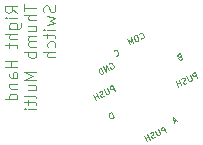
<source format=gbo>
%TF.GenerationSoftware,KiCad,Pcbnew,7.0.5*%
%TF.CreationDate,2023-06-18T14:52:21+02:00*%
%TF.ProjectId,RH_RKJXM1015004_thumb,52485f52-4b4a-4584-9d31-303135303034,rev?*%
%TF.SameCoordinates,Original*%
%TF.FileFunction,Legend,Bot*%
%TF.FilePolarity,Positive*%
%FSLAX46Y46*%
G04 Gerber Fmt 4.6, Leading zero omitted, Abs format (unit mm)*
G04 Created by KiCad (PCBNEW 7.0.5) date 2023-06-18 14:52:21*
%MOMM*%
%LPD*%
G01*
G04 APERTURE LIST*
%ADD10C,0.100000*%
%ADD11C,2.200000*%
%ADD12C,1.100000*%
%ADD13C,1.600000*%
G04 APERTURE END LIST*
D10*
X65147419Y-32275312D02*
X64671228Y-31941979D01*
X65147419Y-31703884D02*
X64147419Y-31703884D01*
X64147419Y-31703884D02*
X64147419Y-32084836D01*
X64147419Y-32084836D02*
X64195038Y-32180074D01*
X64195038Y-32180074D02*
X64242657Y-32227693D01*
X64242657Y-32227693D02*
X64337895Y-32275312D01*
X64337895Y-32275312D02*
X64480752Y-32275312D01*
X64480752Y-32275312D02*
X64575990Y-32227693D01*
X64575990Y-32227693D02*
X64623609Y-32180074D01*
X64623609Y-32180074D02*
X64671228Y-32084836D01*
X64671228Y-32084836D02*
X64671228Y-31703884D01*
X65147419Y-32703884D02*
X64480752Y-32703884D01*
X64147419Y-32703884D02*
X64195038Y-32656265D01*
X64195038Y-32656265D02*
X64242657Y-32703884D01*
X64242657Y-32703884D02*
X64195038Y-32751503D01*
X64195038Y-32751503D02*
X64147419Y-32703884D01*
X64147419Y-32703884D02*
X64242657Y-32703884D01*
X64480752Y-33608645D02*
X65290276Y-33608645D01*
X65290276Y-33608645D02*
X65385514Y-33561026D01*
X65385514Y-33561026D02*
X65433133Y-33513407D01*
X65433133Y-33513407D02*
X65480752Y-33418169D01*
X65480752Y-33418169D02*
X65480752Y-33275312D01*
X65480752Y-33275312D02*
X65433133Y-33180074D01*
X65099800Y-33608645D02*
X65147419Y-33513407D01*
X65147419Y-33513407D02*
X65147419Y-33322931D01*
X65147419Y-33322931D02*
X65099800Y-33227693D01*
X65099800Y-33227693D02*
X65052180Y-33180074D01*
X65052180Y-33180074D02*
X64956942Y-33132455D01*
X64956942Y-33132455D02*
X64671228Y-33132455D01*
X64671228Y-33132455D02*
X64575990Y-33180074D01*
X64575990Y-33180074D02*
X64528371Y-33227693D01*
X64528371Y-33227693D02*
X64480752Y-33322931D01*
X64480752Y-33322931D02*
X64480752Y-33513407D01*
X64480752Y-33513407D02*
X64528371Y-33608645D01*
X65147419Y-34084836D02*
X64147419Y-34084836D01*
X65147419Y-34513407D02*
X64623609Y-34513407D01*
X64623609Y-34513407D02*
X64528371Y-34465788D01*
X64528371Y-34465788D02*
X64480752Y-34370550D01*
X64480752Y-34370550D02*
X64480752Y-34227693D01*
X64480752Y-34227693D02*
X64528371Y-34132455D01*
X64528371Y-34132455D02*
X64575990Y-34084836D01*
X64480752Y-34846741D02*
X64480752Y-35227693D01*
X64147419Y-34989598D02*
X65004561Y-34989598D01*
X65004561Y-34989598D02*
X65099800Y-35037217D01*
X65099800Y-35037217D02*
X65147419Y-35132455D01*
X65147419Y-35132455D02*
X65147419Y-35227693D01*
X65147419Y-36322932D02*
X64147419Y-36322932D01*
X64623609Y-36322932D02*
X64623609Y-36894360D01*
X65147419Y-36894360D02*
X64147419Y-36894360D01*
X65147419Y-37799122D02*
X64623609Y-37799122D01*
X64623609Y-37799122D02*
X64528371Y-37751503D01*
X64528371Y-37751503D02*
X64480752Y-37656265D01*
X64480752Y-37656265D02*
X64480752Y-37465789D01*
X64480752Y-37465789D02*
X64528371Y-37370551D01*
X65099800Y-37799122D02*
X65147419Y-37703884D01*
X65147419Y-37703884D02*
X65147419Y-37465789D01*
X65147419Y-37465789D02*
X65099800Y-37370551D01*
X65099800Y-37370551D02*
X65004561Y-37322932D01*
X65004561Y-37322932D02*
X64909323Y-37322932D01*
X64909323Y-37322932D02*
X64814085Y-37370551D01*
X64814085Y-37370551D02*
X64766466Y-37465789D01*
X64766466Y-37465789D02*
X64766466Y-37703884D01*
X64766466Y-37703884D02*
X64718847Y-37799122D01*
X64480752Y-38275313D02*
X65147419Y-38275313D01*
X64575990Y-38275313D02*
X64528371Y-38322932D01*
X64528371Y-38322932D02*
X64480752Y-38418170D01*
X64480752Y-38418170D02*
X64480752Y-38561027D01*
X64480752Y-38561027D02*
X64528371Y-38656265D01*
X64528371Y-38656265D02*
X64623609Y-38703884D01*
X64623609Y-38703884D02*
X65147419Y-38703884D01*
X65147419Y-39608646D02*
X64147419Y-39608646D01*
X65099800Y-39608646D02*
X65147419Y-39513408D01*
X65147419Y-39513408D02*
X65147419Y-39322932D01*
X65147419Y-39322932D02*
X65099800Y-39227694D01*
X65099800Y-39227694D02*
X65052180Y-39180075D01*
X65052180Y-39180075D02*
X64956942Y-39132456D01*
X64956942Y-39132456D02*
X64671228Y-39132456D01*
X64671228Y-39132456D02*
X64575990Y-39180075D01*
X64575990Y-39180075D02*
X64528371Y-39227694D01*
X64528371Y-39227694D02*
X64480752Y-39322932D01*
X64480752Y-39322932D02*
X64480752Y-39513408D01*
X64480752Y-39513408D02*
X64528371Y-39608646D01*
X65757419Y-31561027D02*
X65757419Y-32132455D01*
X66757419Y-31846741D02*
X65757419Y-31846741D01*
X66757419Y-32465789D02*
X65757419Y-32465789D01*
X66757419Y-32894360D02*
X66233609Y-32894360D01*
X66233609Y-32894360D02*
X66138371Y-32846741D01*
X66138371Y-32846741D02*
X66090752Y-32751503D01*
X66090752Y-32751503D02*
X66090752Y-32608646D01*
X66090752Y-32608646D02*
X66138371Y-32513408D01*
X66138371Y-32513408D02*
X66185990Y-32465789D01*
X66090752Y-33799122D02*
X66757419Y-33799122D01*
X66090752Y-33370551D02*
X66614561Y-33370551D01*
X66614561Y-33370551D02*
X66709800Y-33418170D01*
X66709800Y-33418170D02*
X66757419Y-33513408D01*
X66757419Y-33513408D02*
X66757419Y-33656265D01*
X66757419Y-33656265D02*
X66709800Y-33751503D01*
X66709800Y-33751503D02*
X66662180Y-33799122D01*
X66757419Y-34275313D02*
X66090752Y-34275313D01*
X66185990Y-34275313D02*
X66138371Y-34322932D01*
X66138371Y-34322932D02*
X66090752Y-34418170D01*
X66090752Y-34418170D02*
X66090752Y-34561027D01*
X66090752Y-34561027D02*
X66138371Y-34656265D01*
X66138371Y-34656265D02*
X66233609Y-34703884D01*
X66233609Y-34703884D02*
X66757419Y-34703884D01*
X66233609Y-34703884D02*
X66138371Y-34751503D01*
X66138371Y-34751503D02*
X66090752Y-34846741D01*
X66090752Y-34846741D02*
X66090752Y-34989598D01*
X66090752Y-34989598D02*
X66138371Y-35084837D01*
X66138371Y-35084837D02*
X66233609Y-35132456D01*
X66233609Y-35132456D02*
X66757419Y-35132456D01*
X66757419Y-35608646D02*
X65757419Y-35608646D01*
X66138371Y-35608646D02*
X66090752Y-35703884D01*
X66090752Y-35703884D02*
X66090752Y-35894360D01*
X66090752Y-35894360D02*
X66138371Y-35989598D01*
X66138371Y-35989598D02*
X66185990Y-36037217D01*
X66185990Y-36037217D02*
X66281228Y-36084836D01*
X66281228Y-36084836D02*
X66566942Y-36084836D01*
X66566942Y-36084836D02*
X66662180Y-36037217D01*
X66662180Y-36037217D02*
X66709800Y-35989598D01*
X66709800Y-35989598D02*
X66757419Y-35894360D01*
X66757419Y-35894360D02*
X66757419Y-35703884D01*
X66757419Y-35703884D02*
X66709800Y-35608646D01*
X66757419Y-37275313D02*
X65757419Y-37275313D01*
X65757419Y-37275313D02*
X66471704Y-37608646D01*
X66471704Y-37608646D02*
X65757419Y-37941979D01*
X65757419Y-37941979D02*
X66757419Y-37941979D01*
X66090752Y-38846741D02*
X66757419Y-38846741D01*
X66090752Y-38418170D02*
X66614561Y-38418170D01*
X66614561Y-38418170D02*
X66709800Y-38465789D01*
X66709800Y-38465789D02*
X66757419Y-38561027D01*
X66757419Y-38561027D02*
X66757419Y-38703884D01*
X66757419Y-38703884D02*
X66709800Y-38799122D01*
X66709800Y-38799122D02*
X66662180Y-38846741D01*
X66757419Y-39465789D02*
X66709800Y-39370551D01*
X66709800Y-39370551D02*
X66614561Y-39322932D01*
X66614561Y-39322932D02*
X65757419Y-39322932D01*
X66090752Y-39703885D02*
X66090752Y-40084837D01*
X65757419Y-39846742D02*
X66614561Y-39846742D01*
X66614561Y-39846742D02*
X66709800Y-39894361D01*
X66709800Y-39894361D02*
X66757419Y-39989599D01*
X66757419Y-39989599D02*
X66757419Y-40084837D01*
X66757419Y-40418171D02*
X66090752Y-40418171D01*
X65757419Y-40418171D02*
X65805038Y-40370552D01*
X65805038Y-40370552D02*
X65852657Y-40418171D01*
X65852657Y-40418171D02*
X65805038Y-40465790D01*
X65805038Y-40465790D02*
X65757419Y-40418171D01*
X65757419Y-40418171D02*
X65852657Y-40418171D01*
X68319800Y-31656265D02*
X68367419Y-31799122D01*
X68367419Y-31799122D02*
X68367419Y-32037217D01*
X68367419Y-32037217D02*
X68319800Y-32132455D01*
X68319800Y-32132455D02*
X68272180Y-32180074D01*
X68272180Y-32180074D02*
X68176942Y-32227693D01*
X68176942Y-32227693D02*
X68081704Y-32227693D01*
X68081704Y-32227693D02*
X67986466Y-32180074D01*
X67986466Y-32180074D02*
X67938847Y-32132455D01*
X67938847Y-32132455D02*
X67891228Y-32037217D01*
X67891228Y-32037217D02*
X67843609Y-31846741D01*
X67843609Y-31846741D02*
X67795990Y-31751503D01*
X67795990Y-31751503D02*
X67748371Y-31703884D01*
X67748371Y-31703884D02*
X67653133Y-31656265D01*
X67653133Y-31656265D02*
X67557895Y-31656265D01*
X67557895Y-31656265D02*
X67462657Y-31703884D01*
X67462657Y-31703884D02*
X67415038Y-31751503D01*
X67415038Y-31751503D02*
X67367419Y-31846741D01*
X67367419Y-31846741D02*
X67367419Y-32084836D01*
X67367419Y-32084836D02*
X67415038Y-32227693D01*
X67700752Y-32561027D02*
X68367419Y-32751503D01*
X68367419Y-32751503D02*
X67891228Y-32941979D01*
X67891228Y-32941979D02*
X68367419Y-33132455D01*
X68367419Y-33132455D02*
X67700752Y-33322931D01*
X68367419Y-33703884D02*
X67700752Y-33703884D01*
X67367419Y-33703884D02*
X67415038Y-33656265D01*
X67415038Y-33656265D02*
X67462657Y-33703884D01*
X67462657Y-33703884D02*
X67415038Y-33751503D01*
X67415038Y-33751503D02*
X67367419Y-33703884D01*
X67367419Y-33703884D02*
X67462657Y-33703884D01*
X67700752Y-34037217D02*
X67700752Y-34418169D01*
X67367419Y-34180074D02*
X68224561Y-34180074D01*
X68224561Y-34180074D02*
X68319800Y-34227693D01*
X68319800Y-34227693D02*
X68367419Y-34322931D01*
X68367419Y-34322931D02*
X68367419Y-34418169D01*
X68319800Y-35180074D02*
X68367419Y-35084836D01*
X68367419Y-35084836D02*
X68367419Y-34894360D01*
X68367419Y-34894360D02*
X68319800Y-34799122D01*
X68319800Y-34799122D02*
X68272180Y-34751503D01*
X68272180Y-34751503D02*
X68176942Y-34703884D01*
X68176942Y-34703884D02*
X67891228Y-34703884D01*
X67891228Y-34703884D02*
X67795990Y-34751503D01*
X67795990Y-34751503D02*
X67748371Y-34799122D01*
X67748371Y-34799122D02*
X67700752Y-34894360D01*
X67700752Y-34894360D02*
X67700752Y-35084836D01*
X67700752Y-35084836D02*
X67748371Y-35180074D01*
X68367419Y-35608646D02*
X67367419Y-35608646D01*
X68367419Y-36037217D02*
X67843609Y-36037217D01*
X67843609Y-36037217D02*
X67748371Y-35989598D01*
X67748371Y-35989598D02*
X67700752Y-35894360D01*
X67700752Y-35894360D02*
X67700752Y-35751503D01*
X67700752Y-35751503D02*
X67748371Y-35656265D01*
X67748371Y-35656265D02*
X67795990Y-35608646D01*
X75611970Y-34451121D02*
X75643710Y-34462361D01*
X75643710Y-34462361D02*
X75718431Y-34453100D01*
X75718431Y-34453100D02*
X75761411Y-34432600D01*
X75761411Y-34432600D02*
X75815631Y-34380359D01*
X75815631Y-34380359D02*
X75838111Y-34316878D01*
X75838111Y-34316878D02*
X75839100Y-34263647D01*
X75839100Y-34263647D02*
X75819589Y-34167437D01*
X75819589Y-34167437D02*
X75788839Y-34102966D01*
X75788839Y-34102966D02*
X75726347Y-34027256D01*
X75726347Y-34027256D02*
X75684357Y-33994526D01*
X75684357Y-33994526D02*
X75620876Y-33972046D01*
X75620876Y-33972046D02*
X75546155Y-33981307D01*
X75546155Y-33981307D02*
X75503175Y-34001808D01*
X75503175Y-34001808D02*
X75448955Y-34054049D01*
X75448955Y-34054049D02*
X75437715Y-34085789D01*
X75137843Y-34176062D02*
X75051883Y-34217063D01*
X75051883Y-34217063D02*
X75019153Y-34259054D01*
X75019153Y-34259054D02*
X74996673Y-34322535D01*
X74996673Y-34322535D02*
X75016184Y-34418745D01*
X75016184Y-34418745D02*
X75087936Y-34569176D01*
X75087936Y-34569176D02*
X75150427Y-34644886D01*
X75150427Y-34644886D02*
X75213908Y-34667366D01*
X75213908Y-34667366D02*
X75267138Y-34668356D01*
X75267138Y-34668356D02*
X75353099Y-34627355D01*
X75353099Y-34627355D02*
X75385829Y-34585364D01*
X75385829Y-34585364D02*
X75408308Y-34521883D01*
X75408308Y-34521883D02*
X75388797Y-34425673D01*
X75388797Y-34425673D02*
X75317045Y-34275242D01*
X75317045Y-34275242D02*
X75254554Y-34199531D01*
X75254554Y-34199531D02*
X75191074Y-34177052D01*
X75191074Y-34177052D02*
X75137843Y-34176062D01*
X74966276Y-34811860D02*
X74751020Y-34360567D01*
X74751020Y-34360567D02*
X74754343Y-34754671D01*
X74754343Y-34754671D02*
X74450159Y-34504071D01*
X74450159Y-34504071D02*
X74665414Y-34955363D01*
X73306484Y-41143182D02*
X73091228Y-40691890D01*
X73091228Y-40691890D02*
X72983778Y-40743141D01*
X72983778Y-40743141D02*
X72929558Y-40795382D01*
X72929558Y-40795382D02*
X72907078Y-40858863D01*
X72907078Y-40858863D02*
X72906088Y-40912093D01*
X72906088Y-40912093D02*
X72925599Y-41008304D01*
X72925599Y-41008304D02*
X72956350Y-41072774D01*
X72956350Y-41072774D02*
X73018841Y-41148484D01*
X73018841Y-41148484D02*
X73060832Y-41181214D01*
X73060832Y-41181214D02*
X73124313Y-41203694D01*
X73124313Y-41203694D02*
X73199033Y-41194433D01*
X73199033Y-41194433D02*
X73306484Y-41143182D01*
X77722681Y-42360550D02*
X77507426Y-41909257D01*
X77507426Y-41909257D02*
X77335505Y-41991259D01*
X77335505Y-41991259D02*
X77302775Y-42033250D01*
X77302775Y-42033250D02*
X77291535Y-42064990D01*
X77291535Y-42064990D02*
X77290545Y-42118221D01*
X77290545Y-42118221D02*
X77321296Y-42182691D01*
X77321296Y-42182691D02*
X77363287Y-42215421D01*
X77363287Y-42215421D02*
X77395027Y-42226661D01*
X77395027Y-42226661D02*
X77448257Y-42227650D01*
X77448257Y-42227650D02*
X77620178Y-42145648D01*
X77056133Y-42124513D02*
X77230387Y-42489845D01*
X77230387Y-42489845D02*
X77229398Y-42543075D01*
X77229398Y-42543075D02*
X77218158Y-42574816D01*
X77218158Y-42574816D02*
X77185428Y-42616806D01*
X77185428Y-42616806D02*
X77099467Y-42657807D01*
X77099467Y-42657807D02*
X77046237Y-42656818D01*
X77046237Y-42656818D02*
X77014497Y-42645578D01*
X77014497Y-42645578D02*
X76972506Y-42612848D01*
X76972506Y-42612848D02*
X76798251Y-42247516D01*
X76809845Y-42769571D02*
X76755625Y-42821812D01*
X76755625Y-42821812D02*
X76648174Y-42873063D01*
X76648174Y-42873063D02*
X76594944Y-42872073D01*
X76594944Y-42872073D02*
X76563203Y-42860834D01*
X76563203Y-42860834D02*
X76521213Y-42828104D01*
X76521213Y-42828104D02*
X76500712Y-42785123D01*
X76500712Y-42785123D02*
X76501702Y-42731893D01*
X76501702Y-42731893D02*
X76512942Y-42700152D01*
X76512942Y-42700152D02*
X76545672Y-42658162D01*
X76545672Y-42658162D02*
X76621382Y-42595671D01*
X76621382Y-42595671D02*
X76654112Y-42553680D01*
X76654112Y-42553680D02*
X76665352Y-42521940D01*
X76665352Y-42521940D02*
X76666341Y-42468709D01*
X76666341Y-42468709D02*
X76645841Y-42425729D01*
X76645841Y-42425729D02*
X76603850Y-42392999D01*
X76603850Y-42392999D02*
X76572110Y-42381759D01*
X76572110Y-42381759D02*
X76518879Y-42380769D01*
X76518879Y-42380769D02*
X76411429Y-42432021D01*
X76411429Y-42432021D02*
X76357209Y-42484262D01*
X76368803Y-43006316D02*
X76153548Y-42555024D01*
X76256050Y-42769925D02*
X75998169Y-42892928D01*
X76110922Y-43129319D02*
X75895666Y-42678027D01*
X73484731Y-35908933D02*
X73516471Y-35920173D01*
X73516471Y-35920173D02*
X73591192Y-35910912D01*
X73591192Y-35910912D02*
X73634172Y-35890412D01*
X73634172Y-35890412D02*
X73688392Y-35838171D01*
X73688392Y-35838171D02*
X73710872Y-35774690D01*
X73710872Y-35774690D02*
X73711862Y-35721460D01*
X73711862Y-35721460D02*
X73692351Y-35625249D01*
X73692351Y-35625249D02*
X73661600Y-35560778D01*
X73661600Y-35560778D02*
X73599109Y-35485068D01*
X73599109Y-35485068D02*
X73557118Y-35452338D01*
X73557118Y-35452338D02*
X73493637Y-35429858D01*
X73493637Y-35429858D02*
X73418917Y-35439119D01*
X73418917Y-35439119D02*
X73375936Y-35459620D01*
X73375936Y-35459620D02*
X73321716Y-35511861D01*
X73321716Y-35511861D02*
X73310476Y-35543601D01*
X80402523Y-37758546D02*
X80187268Y-37307253D01*
X80187268Y-37307253D02*
X80015347Y-37389255D01*
X80015347Y-37389255D02*
X79982617Y-37431246D01*
X79982617Y-37431246D02*
X79971377Y-37462986D01*
X79971377Y-37462986D02*
X79970387Y-37516217D01*
X79970387Y-37516217D02*
X80001138Y-37580687D01*
X80001138Y-37580687D02*
X80043129Y-37613417D01*
X80043129Y-37613417D02*
X80074869Y-37624657D01*
X80074869Y-37624657D02*
X80128099Y-37625646D01*
X80128099Y-37625646D02*
X80300020Y-37543644D01*
X79735975Y-37522509D02*
X79910229Y-37887841D01*
X79910229Y-37887841D02*
X79909240Y-37941071D01*
X79909240Y-37941071D02*
X79898000Y-37972812D01*
X79898000Y-37972812D02*
X79865270Y-38014802D01*
X79865270Y-38014802D02*
X79779309Y-38055803D01*
X79779309Y-38055803D02*
X79726079Y-38054814D01*
X79726079Y-38054814D02*
X79694339Y-38043574D01*
X79694339Y-38043574D02*
X79652348Y-38010844D01*
X79652348Y-38010844D02*
X79478093Y-37645512D01*
X79489687Y-38167567D02*
X79435467Y-38219808D01*
X79435467Y-38219808D02*
X79328016Y-38271059D01*
X79328016Y-38271059D02*
X79274786Y-38270069D01*
X79274786Y-38270069D02*
X79243045Y-38258830D01*
X79243045Y-38258830D02*
X79201055Y-38226100D01*
X79201055Y-38226100D02*
X79180554Y-38183119D01*
X79180554Y-38183119D02*
X79181544Y-38129889D01*
X79181544Y-38129889D02*
X79192784Y-38098148D01*
X79192784Y-38098148D02*
X79225514Y-38056158D01*
X79225514Y-38056158D02*
X79301224Y-37993667D01*
X79301224Y-37993667D02*
X79333954Y-37951676D01*
X79333954Y-37951676D02*
X79345194Y-37919936D01*
X79345194Y-37919936D02*
X79346183Y-37866705D01*
X79346183Y-37866705D02*
X79325683Y-37823725D01*
X79325683Y-37823725D02*
X79283692Y-37790995D01*
X79283692Y-37790995D02*
X79251952Y-37779755D01*
X79251952Y-37779755D02*
X79198721Y-37778765D01*
X79198721Y-37778765D02*
X79091271Y-37830017D01*
X79091271Y-37830017D02*
X79037051Y-37882258D01*
X79048645Y-38404312D02*
X78833390Y-37953020D01*
X78935892Y-38167921D02*
X78678011Y-38290924D01*
X78790764Y-38527315D02*
X78575508Y-38076023D01*
X78595716Y-41342687D02*
X78380814Y-41445190D01*
X78700197Y-41451127D02*
X78334511Y-41071586D01*
X78334511Y-41071586D02*
X78399336Y-41594631D01*
X73403921Y-38880850D02*
X73188666Y-38429557D01*
X73188666Y-38429557D02*
X73016745Y-38511559D01*
X73016745Y-38511559D02*
X72984015Y-38553550D01*
X72984015Y-38553550D02*
X72972775Y-38585290D01*
X72972775Y-38585290D02*
X72971785Y-38638521D01*
X72971785Y-38638521D02*
X73002536Y-38702991D01*
X73002536Y-38702991D02*
X73044527Y-38735721D01*
X73044527Y-38735721D02*
X73076267Y-38746961D01*
X73076267Y-38746961D02*
X73129497Y-38747950D01*
X73129497Y-38747950D02*
X73301418Y-38665948D01*
X72737373Y-38644813D02*
X72911627Y-39010145D01*
X72911627Y-39010145D02*
X72910638Y-39063375D01*
X72910638Y-39063375D02*
X72899398Y-39095116D01*
X72899398Y-39095116D02*
X72866668Y-39137106D01*
X72866668Y-39137106D02*
X72780707Y-39178107D01*
X72780707Y-39178107D02*
X72727477Y-39177118D01*
X72727477Y-39177118D02*
X72695737Y-39165878D01*
X72695737Y-39165878D02*
X72653746Y-39133148D01*
X72653746Y-39133148D02*
X72479491Y-38767816D01*
X72491085Y-39289871D02*
X72436865Y-39342112D01*
X72436865Y-39342112D02*
X72329414Y-39393363D01*
X72329414Y-39393363D02*
X72276184Y-39392373D01*
X72276184Y-39392373D02*
X72244443Y-39381134D01*
X72244443Y-39381134D02*
X72202453Y-39348404D01*
X72202453Y-39348404D02*
X72181952Y-39305423D01*
X72181952Y-39305423D02*
X72182942Y-39252193D01*
X72182942Y-39252193D02*
X72194182Y-39220452D01*
X72194182Y-39220452D02*
X72226912Y-39178462D01*
X72226912Y-39178462D02*
X72302622Y-39115971D01*
X72302622Y-39115971D02*
X72335352Y-39073980D01*
X72335352Y-39073980D02*
X72346592Y-39042240D01*
X72346592Y-39042240D02*
X72347581Y-38989009D01*
X72347581Y-38989009D02*
X72327081Y-38946029D01*
X72327081Y-38946029D02*
X72285090Y-38913299D01*
X72285090Y-38913299D02*
X72253350Y-38902059D01*
X72253350Y-38902059D02*
X72200119Y-38901069D01*
X72200119Y-38901069D02*
X72092669Y-38952321D01*
X72092669Y-38952321D02*
X72038449Y-39004562D01*
X72050043Y-39526616D02*
X71834788Y-39075324D01*
X71937290Y-39290225D02*
X71679409Y-39413228D01*
X71792162Y-39649619D02*
X71576906Y-39198327D01*
X72918283Y-36612790D02*
X72951013Y-36570799D01*
X72951013Y-36570799D02*
X73015483Y-36540048D01*
X73015483Y-36540048D02*
X73090204Y-36530788D01*
X73090204Y-36530788D02*
X73153685Y-36553267D01*
X73153685Y-36553267D02*
X73195676Y-36585997D01*
X73195676Y-36585997D02*
X73258167Y-36661708D01*
X73258167Y-36661708D02*
X73288918Y-36726178D01*
X73288918Y-36726178D02*
X73308428Y-36822389D01*
X73308428Y-36822389D02*
X73307439Y-36875619D01*
X73307439Y-36875619D02*
X73284959Y-36939100D01*
X73284959Y-36939100D02*
X73230739Y-36991341D01*
X73230739Y-36991341D02*
X73187759Y-37011842D01*
X73187759Y-37011842D02*
X73113038Y-37021102D01*
X73113038Y-37021102D02*
X73081298Y-37009862D01*
X73081298Y-37009862D02*
X73009546Y-36859431D01*
X73009546Y-36859431D02*
X73095506Y-36818430D01*
X72908387Y-37145095D02*
X72693132Y-36693802D01*
X72693132Y-36693802D02*
X72650506Y-37268098D01*
X72650506Y-37268098D02*
X72435250Y-36816805D01*
X72435604Y-37370601D02*
X72220348Y-36919308D01*
X72220348Y-36919308D02*
X72112898Y-36970560D01*
X72112898Y-36970560D02*
X72058678Y-37022801D01*
X72058678Y-37022801D02*
X72036198Y-37086281D01*
X72036198Y-37086281D02*
X72035208Y-37139512D01*
X72035208Y-37139512D02*
X72054719Y-37235723D01*
X72054719Y-37235723D02*
X72085470Y-37300193D01*
X72085470Y-37300193D02*
X72147961Y-37375903D01*
X72147961Y-37375903D02*
X72189952Y-37408633D01*
X72189952Y-37408633D02*
X72253433Y-37431113D01*
X72253433Y-37431113D02*
X72328153Y-37421852D01*
X72328153Y-37421852D02*
X72435604Y-37370601D01*
X78861408Y-35987591D02*
X78807188Y-36039832D01*
X78807188Y-36039832D02*
X78795948Y-36071572D01*
X78795948Y-36071572D02*
X78794958Y-36124802D01*
X78794958Y-36124802D02*
X78825709Y-36189273D01*
X78825709Y-36189273D02*
X78867700Y-36222003D01*
X78867700Y-36222003D02*
X78899440Y-36233243D01*
X78899440Y-36233243D02*
X78952671Y-36234232D01*
X78952671Y-36234232D02*
X79124592Y-36152230D01*
X79124592Y-36152230D02*
X78909336Y-35700938D01*
X78909336Y-35700938D02*
X78758905Y-35772689D01*
X78758905Y-35772689D02*
X78726175Y-35814680D01*
X78726175Y-35814680D02*
X78714936Y-35846420D01*
X78714936Y-35846420D02*
X78713946Y-35899651D01*
X78713946Y-35899651D02*
X78734447Y-35942631D01*
X78734447Y-35942631D02*
X78776437Y-35975361D01*
X78776437Y-35975361D02*
X78808178Y-35986601D01*
X78808178Y-35986601D02*
X78861408Y-35987591D01*
X78861408Y-35987591D02*
X79011839Y-35915839D01*
%LPC*%
D11*
X64000000Y-43000000D03*
X64000000Y-28500000D03*
D12*
X75611052Y-35361733D03*
D13*
X71091891Y-37849641D03*
X70740658Y-39900649D03*
X77400649Y-43759342D03*
X81259342Y-37099351D03*
X74599351Y-33240658D03*
X79033615Y-42537286D03*
X80037286Y-35466385D03*
X72966385Y-34462714D03*
X71962714Y-41533615D03*
%LPD*%
M02*

</source>
